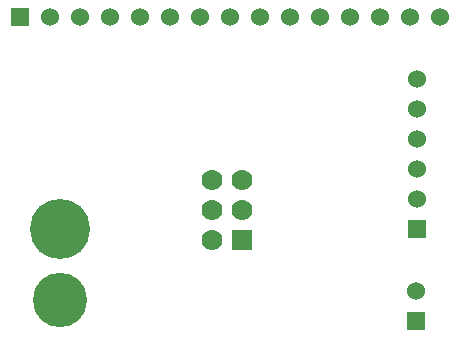
<source format=gts>
G04 (created by PCBNEW (2013-mar-13)-testing) date Tue 12 Nov 2013 05:10:08 PM PST*
%MOIN*%
G04 Gerber Fmt 3.4, Leading zero omitted, Abs format*
%FSLAX34Y34*%
G01*
G70*
G90*
G04 APERTURE LIST*
%ADD10C,0.005906*%
%ADD11C,0.200000*%
%ADD12C,0.181100*%
%ADD13R,0.070000X0.070000*%
%ADD14C,0.070000*%
%ADD15R,0.060000X0.060000*%
%ADD16C,0.060000*%
G04 APERTURE END LIST*
G54D10*
G54D11*
X21890Y-29985D03*
G54D12*
X21890Y-32347D03*
G54D13*
X27965Y-30350D03*
G54D14*
X26965Y-30350D03*
X27965Y-29350D03*
X26965Y-29350D03*
X27965Y-28350D03*
X26965Y-28350D03*
G54D15*
X20559Y-22913D03*
G54D16*
X21559Y-22913D03*
X22559Y-22913D03*
X23559Y-22913D03*
X24559Y-22913D03*
X25559Y-22913D03*
X26559Y-22913D03*
X27559Y-22913D03*
X28559Y-22913D03*
X29559Y-22913D03*
X30559Y-22913D03*
X31559Y-22913D03*
X32559Y-22913D03*
X33559Y-22913D03*
X34559Y-22913D03*
G54D15*
X33770Y-33060D03*
G54D16*
X33770Y-32060D03*
G54D15*
X33810Y-30010D03*
G54D16*
X33810Y-29010D03*
X33810Y-28010D03*
X33810Y-27010D03*
X33810Y-26010D03*
X33810Y-25010D03*
M02*

</source>
